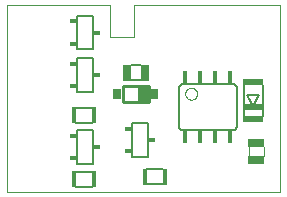
<source format=gbo>
G75*
%MOIN*%
%OFA0B0*%
%FSLAX25Y25*%
%IPPOS*%
%LPD*%
%AMOC8*
5,1,8,0,0,1.08239X$1,22.5*
%
%ADD10C,0.00000*%
%ADD11C,0.00197*%
%ADD12C,0.00400*%
%ADD13R,0.05709X0.02953*%
%ADD14C,0.00600*%
%ADD15C,0.00800*%
%ADD16R,0.06800X0.02200*%
%ADD17R,0.06200X0.02400*%
%ADD18R,0.02300X0.01800*%
%ADD19R,0.01400X0.05600*%
%ADD20R,0.02559X0.05512*%
%ADD21C,0.01000*%
%ADD22R,0.02953X0.03346*%
%ADD23R,0.03543X0.05315*%
%ADD24C,0.00200*%
%ADD25R,0.01378X0.04331*%
D10*
X0001098Y0086617D02*
X0001098Y0086633D01*
X0091965Y0086617D02*
X0091965Y0086633D01*
D11*
X0091965Y0024137D02*
X0001098Y0024137D01*
X0001098Y0086617D01*
X0035350Y0086617D01*
X0035350Y0075712D01*
X0043224Y0075712D01*
X0043224Y0086617D01*
X0091965Y0086617D01*
X0091965Y0024137D01*
D12*
X0086783Y0036093D02*
X0086783Y0038995D01*
X0081587Y0039093D02*
X0081587Y0036093D01*
D13*
X0084181Y0034717D03*
X0084181Y0040417D03*
D14*
X0077575Y0045889D02*
X0077575Y0059078D01*
X0077573Y0059140D01*
X0077567Y0059201D01*
X0077558Y0059262D01*
X0077544Y0059323D01*
X0077527Y0059382D01*
X0077506Y0059440D01*
X0077481Y0059497D01*
X0077453Y0059552D01*
X0077422Y0059605D01*
X0077387Y0059656D01*
X0077349Y0059705D01*
X0077308Y0059752D01*
X0077265Y0059795D01*
X0077218Y0059836D01*
X0077169Y0059874D01*
X0077118Y0059909D01*
X0077065Y0059940D01*
X0077010Y0059968D01*
X0076953Y0059993D01*
X0076895Y0060014D01*
X0076836Y0060031D01*
X0076775Y0060045D01*
X0076714Y0060054D01*
X0076653Y0060060D01*
X0076591Y0060062D01*
X0076630Y0060062D02*
X0059504Y0060062D01*
X0059465Y0060062D02*
X0059403Y0060060D01*
X0059342Y0060054D01*
X0059281Y0060045D01*
X0059220Y0060031D01*
X0059161Y0060014D01*
X0059103Y0059993D01*
X0059046Y0059968D01*
X0058991Y0059940D01*
X0058938Y0059909D01*
X0058887Y0059874D01*
X0058838Y0059836D01*
X0058791Y0059795D01*
X0058748Y0059752D01*
X0058707Y0059705D01*
X0058669Y0059656D01*
X0058634Y0059605D01*
X0058603Y0059552D01*
X0058575Y0059497D01*
X0058550Y0059440D01*
X0058529Y0059382D01*
X0058512Y0059323D01*
X0058498Y0059262D01*
X0058489Y0059201D01*
X0058483Y0059140D01*
X0058481Y0059078D01*
X0058480Y0059038D02*
X0058480Y0045889D01*
X0058481Y0045889D02*
X0058483Y0045827D01*
X0058489Y0045766D01*
X0058498Y0045705D01*
X0058512Y0045644D01*
X0058529Y0045585D01*
X0058550Y0045527D01*
X0058575Y0045470D01*
X0058603Y0045415D01*
X0058634Y0045362D01*
X0058669Y0045311D01*
X0058707Y0045262D01*
X0058748Y0045215D01*
X0058791Y0045172D01*
X0058838Y0045131D01*
X0058887Y0045093D01*
X0058938Y0045058D01*
X0058991Y0045027D01*
X0059046Y0044999D01*
X0059103Y0044974D01*
X0059161Y0044953D01*
X0059220Y0044936D01*
X0059281Y0044922D01*
X0059342Y0044913D01*
X0059403Y0044907D01*
X0059465Y0044905D01*
X0059504Y0044904D02*
X0076630Y0044904D01*
X0076728Y0044904D01*
X0076591Y0044905D02*
X0076653Y0044907D01*
X0076714Y0044913D01*
X0076775Y0044922D01*
X0076836Y0044936D01*
X0076895Y0044953D01*
X0076953Y0044974D01*
X0077010Y0044999D01*
X0077065Y0045027D01*
X0077118Y0045058D01*
X0077169Y0045093D01*
X0077218Y0045131D01*
X0077265Y0045172D01*
X0077308Y0045215D01*
X0077349Y0045262D01*
X0077387Y0045311D01*
X0077422Y0045362D01*
X0077453Y0045415D01*
X0077481Y0045470D01*
X0077506Y0045527D01*
X0077527Y0045585D01*
X0077544Y0045644D01*
X0077558Y0045705D01*
X0077567Y0045766D01*
X0077573Y0045827D01*
X0077575Y0045889D01*
X0074287Y0044904D02*
X0071768Y0044904D01*
X0064287Y0044904D02*
X0061768Y0044904D01*
X0053111Y0031755D02*
X0047511Y0031755D01*
X0047958Y0035804D02*
X0044758Y0035804D01*
X0042758Y0035804D02*
X0047958Y0035804D01*
X0047958Y0038004D01*
X0047958Y0035804D02*
X0047958Y0047004D01*
X0047958Y0044804D01*
X0047958Y0047004D02*
X0044758Y0047004D01*
X0042758Y0047004D02*
X0042758Y0035804D01*
X0047511Y0026755D02*
X0053111Y0026755D01*
X0047958Y0047004D02*
X0042758Y0047004D01*
X0029489Y0047227D02*
X0023889Y0047227D01*
X0024483Y0044697D02*
X0024483Y0033497D01*
X0029683Y0033497D01*
X0029683Y0035697D01*
X0029683Y0033497D02*
X0026483Y0033497D01*
X0029683Y0033497D02*
X0029683Y0044697D01*
X0029683Y0042497D01*
X0029683Y0044697D02*
X0026483Y0044697D01*
X0024483Y0044697D02*
X0029683Y0044697D01*
X0029489Y0052227D02*
X0023889Y0052227D01*
X0024483Y0057513D02*
X0029683Y0057513D01*
X0029683Y0059713D01*
X0029683Y0057513D02*
X0026483Y0057513D01*
X0024483Y0057513D02*
X0024483Y0068713D01*
X0029683Y0068713D01*
X0029683Y0066513D01*
X0029683Y0068713D02*
X0026483Y0068713D01*
X0026483Y0071686D02*
X0029683Y0071686D01*
X0029683Y0073886D01*
X0029683Y0071686D02*
X0029683Y0082886D01*
X0029683Y0080686D01*
X0029683Y0082886D02*
X0026483Y0082886D01*
X0024483Y0082886D02*
X0024483Y0071686D01*
X0029683Y0071686D01*
X0029683Y0068713D02*
X0029683Y0057513D01*
X0042398Y0061400D02*
X0045626Y0061400D01*
X0045626Y0066400D02*
X0042398Y0066400D01*
X0029683Y0082886D02*
X0024483Y0082886D01*
X0066728Y0060062D02*
X0069287Y0060062D01*
X0071728Y0060062D02*
X0074287Y0060062D01*
X0076512Y0060062D02*
X0076630Y0060062D01*
X0076689Y0060062D01*
X0080030Y0059856D02*
X0080030Y0049456D01*
X0086230Y0049456D02*
X0086230Y0059856D01*
X0029489Y0030967D02*
X0023889Y0030967D01*
X0023889Y0025967D02*
X0029489Y0025967D01*
D15*
X0083130Y0052688D02*
X0081161Y0056625D01*
X0085098Y0056625D01*
X0083130Y0052688D01*
D16*
X0083130Y0048456D03*
X0083130Y0060856D03*
D17*
X0083130Y0052456D03*
D18*
X0049308Y0041404D03*
X0041408Y0037704D03*
X0041408Y0045104D03*
X0031033Y0039097D03*
X0023133Y0035397D03*
X0023133Y0042797D03*
X0023133Y0059413D03*
X0023133Y0066813D03*
X0023133Y0073586D03*
X0023133Y0080986D03*
X0031033Y0077286D03*
X0031033Y0063113D03*
D19*
X0030089Y0049727D03*
X0023289Y0049727D03*
X0023289Y0028467D03*
X0030089Y0028467D03*
X0046911Y0029255D03*
X0053711Y0029255D03*
D20*
X0046932Y0063906D03*
X0041132Y0063906D03*
D21*
X0039681Y0059570D02*
X0039681Y0054058D01*
X0048343Y0054058D01*
X0048343Y0059570D01*
X0039681Y0059570D01*
D22*
X0037811Y0056715D03*
X0050213Y0056715D03*
D23*
X0046374Y0056912D03*
D24*
X0060468Y0056873D02*
X0060470Y0056961D01*
X0060476Y0057049D01*
X0060486Y0057137D01*
X0060500Y0057225D01*
X0060517Y0057311D01*
X0060539Y0057397D01*
X0060564Y0057481D01*
X0060594Y0057565D01*
X0060626Y0057647D01*
X0060663Y0057727D01*
X0060703Y0057806D01*
X0060747Y0057883D01*
X0060794Y0057958D01*
X0060844Y0058030D01*
X0060898Y0058101D01*
X0060954Y0058168D01*
X0061014Y0058234D01*
X0061076Y0058296D01*
X0061142Y0058356D01*
X0061209Y0058412D01*
X0061280Y0058466D01*
X0061352Y0058516D01*
X0061427Y0058563D01*
X0061504Y0058607D01*
X0061583Y0058647D01*
X0061663Y0058684D01*
X0061745Y0058716D01*
X0061829Y0058746D01*
X0061913Y0058771D01*
X0061999Y0058793D01*
X0062085Y0058810D01*
X0062173Y0058824D01*
X0062261Y0058834D01*
X0062349Y0058840D01*
X0062437Y0058842D01*
X0062525Y0058840D01*
X0062613Y0058834D01*
X0062701Y0058824D01*
X0062789Y0058810D01*
X0062875Y0058793D01*
X0062961Y0058771D01*
X0063045Y0058746D01*
X0063129Y0058716D01*
X0063211Y0058684D01*
X0063291Y0058647D01*
X0063370Y0058607D01*
X0063447Y0058563D01*
X0063522Y0058516D01*
X0063594Y0058466D01*
X0063665Y0058412D01*
X0063732Y0058356D01*
X0063798Y0058296D01*
X0063860Y0058234D01*
X0063920Y0058168D01*
X0063976Y0058101D01*
X0064030Y0058030D01*
X0064080Y0057958D01*
X0064127Y0057883D01*
X0064171Y0057806D01*
X0064211Y0057727D01*
X0064248Y0057647D01*
X0064280Y0057565D01*
X0064310Y0057481D01*
X0064335Y0057397D01*
X0064357Y0057311D01*
X0064374Y0057225D01*
X0064388Y0057137D01*
X0064398Y0057049D01*
X0064404Y0056961D01*
X0064406Y0056873D01*
X0064404Y0056785D01*
X0064398Y0056697D01*
X0064388Y0056609D01*
X0064374Y0056521D01*
X0064357Y0056435D01*
X0064335Y0056349D01*
X0064310Y0056265D01*
X0064280Y0056181D01*
X0064248Y0056099D01*
X0064211Y0056019D01*
X0064171Y0055940D01*
X0064127Y0055863D01*
X0064080Y0055788D01*
X0064030Y0055716D01*
X0063976Y0055645D01*
X0063920Y0055578D01*
X0063860Y0055512D01*
X0063798Y0055450D01*
X0063732Y0055390D01*
X0063665Y0055334D01*
X0063594Y0055280D01*
X0063522Y0055230D01*
X0063447Y0055183D01*
X0063370Y0055139D01*
X0063291Y0055099D01*
X0063211Y0055062D01*
X0063129Y0055030D01*
X0063045Y0055000D01*
X0062961Y0054975D01*
X0062875Y0054953D01*
X0062789Y0054936D01*
X0062701Y0054922D01*
X0062613Y0054912D01*
X0062525Y0054906D01*
X0062437Y0054904D01*
X0062349Y0054906D01*
X0062261Y0054912D01*
X0062173Y0054922D01*
X0062085Y0054936D01*
X0061999Y0054953D01*
X0061913Y0054975D01*
X0061829Y0055000D01*
X0061745Y0055030D01*
X0061663Y0055062D01*
X0061583Y0055099D01*
X0061504Y0055139D01*
X0061427Y0055183D01*
X0061352Y0055230D01*
X0061280Y0055280D01*
X0061209Y0055334D01*
X0061142Y0055390D01*
X0061076Y0055450D01*
X0061014Y0055512D01*
X0060954Y0055578D01*
X0060898Y0055645D01*
X0060844Y0055716D01*
X0060794Y0055788D01*
X0060747Y0055863D01*
X0060703Y0055940D01*
X0060663Y0056019D01*
X0060626Y0056099D01*
X0060594Y0056181D01*
X0060564Y0056265D01*
X0060539Y0056349D01*
X0060517Y0056435D01*
X0060500Y0056521D01*
X0060486Y0056609D01*
X0060476Y0056697D01*
X0060470Y0056785D01*
X0060468Y0056873D01*
D25*
X0060528Y0062424D03*
X0065488Y0062424D03*
X0070488Y0062424D03*
X0075488Y0062424D03*
X0075528Y0042542D03*
X0070528Y0042542D03*
X0065528Y0042542D03*
X0060528Y0042542D03*
M02*

</source>
